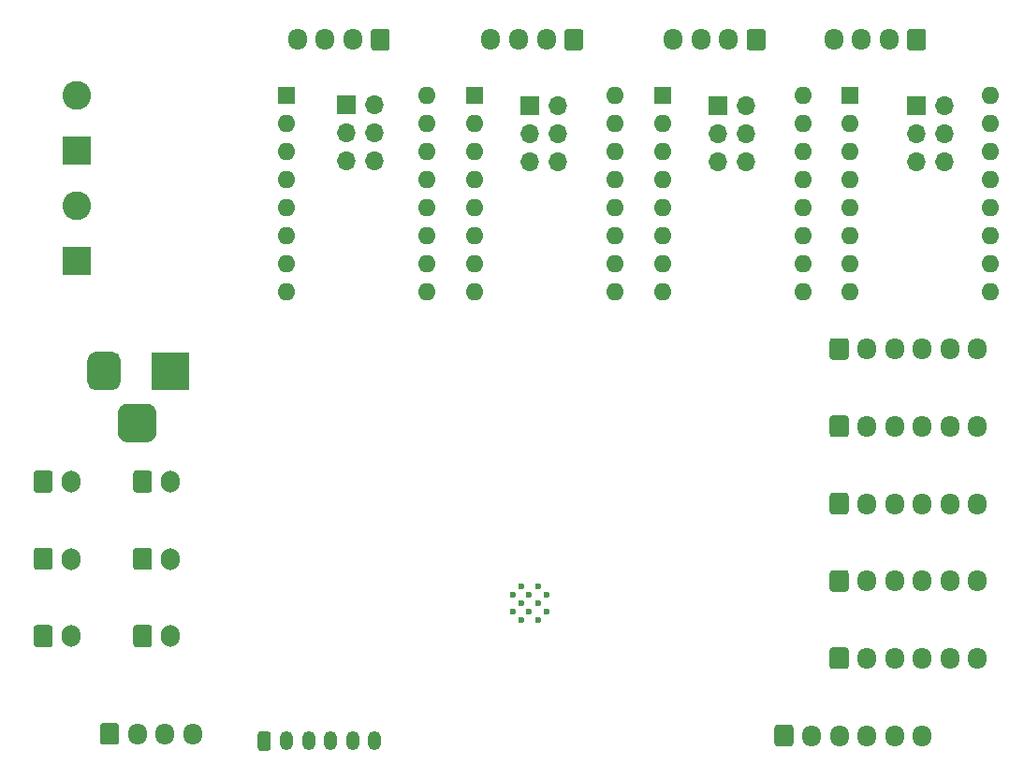
<source format=gbs>
G04 #@! TF.GenerationSoftware,KiCad,Pcbnew,(5.1.9)-1*
G04 #@! TF.CreationDate,2021-04-30T00:53:10-05:00*
G04 #@! TF.ProjectId,A4,41342e6b-6963-4616-945f-706362585858,rev?*
G04 #@! TF.SameCoordinates,Original*
G04 #@! TF.FileFunction,Soldermask,Bot*
G04 #@! TF.FilePolarity,Negative*
%FSLAX46Y46*%
G04 Gerber Fmt 4.6, Leading zero omitted, Abs format (unit mm)*
G04 Created by KiCad (PCBNEW (5.1.9)-1) date 2021-04-30 00:53:10*
%MOMM*%
%LPD*%
G01*
G04 APERTURE LIST*
%ADD10O,1.700000X1.950000*%
%ADD11R,3.500000X3.500000*%
%ADD12C,0.600000*%
%ADD13O,1.700000X2.000000*%
%ADD14O,1.700000X1.700000*%
%ADD15R,1.700000X1.700000*%
%ADD16O,1.200000X1.750000*%
%ADD17C,2.600000*%
%ADD18R,2.600000X2.600000*%
%ADD19O,1.600000X1.600000*%
%ADD20R,1.600000X1.600000*%
G04 APERTURE END LIST*
D10*
X181500000Y-116840000D03*
X179000000Y-116840000D03*
X176500000Y-116840000D03*
G36*
G01*
X173150000Y-117565000D02*
X173150000Y-116115000D01*
G75*
G02*
X173400000Y-115865000I250000J0D01*
G01*
X174600000Y-115865000D01*
G75*
G02*
X174850000Y-116115000I0J-250000D01*
G01*
X174850000Y-117565000D01*
G75*
G02*
X174600000Y-117815000I-250000J0D01*
G01*
X173400000Y-117815000D01*
G75*
G02*
X173150000Y-117565000I0J250000D01*
G01*
G37*
G36*
G01*
X174750000Y-89575000D02*
X174750000Y-87825000D01*
G75*
G02*
X175625000Y-86950000I875000J0D01*
G01*
X177375000Y-86950000D01*
G75*
G02*
X178250000Y-87825000I0J-875000D01*
G01*
X178250000Y-89575000D01*
G75*
G02*
X177375000Y-90450000I-875000J0D01*
G01*
X175625000Y-90450000D01*
G75*
G02*
X174750000Y-89575000I0J875000D01*
G01*
G37*
G36*
G01*
X172000000Y-85000000D02*
X172000000Y-83000000D01*
G75*
G02*
X172750000Y-82250000I750000J0D01*
G01*
X174250000Y-82250000D01*
G75*
G02*
X175000000Y-83000000I0J-750000D01*
G01*
X175000000Y-85000000D01*
G75*
G02*
X174250000Y-85750000I-750000J0D01*
G01*
X172750000Y-85750000D01*
G75*
G02*
X172000000Y-85000000I0J750000D01*
G01*
G37*
D11*
X179500000Y-84000000D03*
D12*
X211260000Y-103500000D03*
X210510000Y-104250000D03*
X210510000Y-105750000D03*
X213510000Y-105750000D03*
X213510000Y-104250000D03*
X212760000Y-103500000D03*
X211960000Y-104250000D03*
X212760000Y-105000000D03*
X211960000Y-105750000D03*
X211260000Y-105000000D03*
X211260000Y-106500000D03*
X212760000Y-106500000D03*
D13*
X179500000Y-101000000D03*
G36*
G01*
X176150000Y-101750000D02*
X176150000Y-100250000D01*
G75*
G02*
X176400000Y-100000000I250000J0D01*
G01*
X177600000Y-100000000D01*
G75*
G02*
X177850000Y-100250000I0J-250000D01*
G01*
X177850000Y-101750000D01*
G75*
G02*
X177600000Y-102000000I-250000J0D01*
G01*
X176400000Y-102000000D01*
G75*
G02*
X176150000Y-101750000I0J250000D01*
G01*
G37*
X179500000Y-94000000D03*
G36*
G01*
X176150000Y-94750000D02*
X176150000Y-93250000D01*
G75*
G02*
X176400000Y-93000000I250000J0D01*
G01*
X177600000Y-93000000D01*
G75*
G02*
X177850000Y-93250000I0J-250000D01*
G01*
X177850000Y-94750000D01*
G75*
G02*
X177600000Y-95000000I-250000J0D01*
G01*
X176400000Y-95000000D01*
G75*
G02*
X176150000Y-94750000I0J250000D01*
G01*
G37*
D10*
X239500000Y-54000000D03*
X242000000Y-54000000D03*
X244500000Y-54000000D03*
G36*
G01*
X247850000Y-53275000D02*
X247850000Y-54725000D01*
G75*
G02*
X247600000Y-54975000I-250000J0D01*
G01*
X246400000Y-54975000D01*
G75*
G02*
X246150000Y-54725000I0J250000D01*
G01*
X246150000Y-53275000D01*
G75*
G02*
X246400000Y-53025000I250000J0D01*
G01*
X247600000Y-53025000D01*
G75*
G02*
X247850000Y-53275000I0J-250000D01*
G01*
G37*
X208500000Y-54000000D03*
X211000000Y-54000000D03*
X213500000Y-54000000D03*
G36*
G01*
X216850000Y-53275000D02*
X216850000Y-54725000D01*
G75*
G02*
X216600000Y-54975000I-250000J0D01*
G01*
X215400000Y-54975000D01*
G75*
G02*
X215150000Y-54725000I0J250000D01*
G01*
X215150000Y-53275000D01*
G75*
G02*
X215400000Y-53025000I250000J0D01*
G01*
X216600000Y-53025000D01*
G75*
G02*
X216850000Y-53275000I0J-250000D01*
G01*
G37*
D14*
X249540000Y-65080000D03*
X247000000Y-65080000D03*
X249540000Y-62540000D03*
X247000000Y-62540000D03*
X249540000Y-60000000D03*
D15*
X247000000Y-60000000D03*
D14*
X214540000Y-65080000D03*
X212000000Y-65080000D03*
X214540000Y-62540000D03*
X212000000Y-62540000D03*
X214540000Y-60000000D03*
D15*
X212000000Y-60000000D03*
D10*
X247500000Y-117000000D03*
X245000000Y-117000000D03*
X242500000Y-117000000D03*
X240000000Y-117000000D03*
X237500000Y-117000000D03*
G36*
G01*
X234150000Y-117725000D02*
X234150000Y-116275000D01*
G75*
G02*
X234400000Y-116025000I250000J0D01*
G01*
X235600000Y-116025000D01*
G75*
G02*
X235850000Y-116275000I0J-250000D01*
G01*
X235850000Y-117725000D01*
G75*
G02*
X235600000Y-117975000I-250000J0D01*
G01*
X234400000Y-117975000D01*
G75*
G02*
X234150000Y-117725000I0J250000D01*
G01*
G37*
X252500000Y-103000000D03*
X250000000Y-103000000D03*
X247500000Y-103000000D03*
X245000000Y-103000000D03*
X242500000Y-103000000D03*
G36*
G01*
X239150000Y-103725000D02*
X239150000Y-102275000D01*
G75*
G02*
X239400000Y-102025000I250000J0D01*
G01*
X240600000Y-102025000D01*
G75*
G02*
X240850000Y-102275000I0J-250000D01*
G01*
X240850000Y-103725000D01*
G75*
G02*
X240600000Y-103975000I-250000J0D01*
G01*
X239400000Y-103975000D01*
G75*
G02*
X239150000Y-103725000I0J250000D01*
G01*
G37*
D13*
X170500000Y-101000000D03*
G36*
G01*
X167150000Y-101750000D02*
X167150000Y-100250000D01*
G75*
G02*
X167400000Y-100000000I250000J0D01*
G01*
X168600000Y-100000000D01*
G75*
G02*
X168850000Y-100250000I0J-250000D01*
G01*
X168850000Y-101750000D01*
G75*
G02*
X168600000Y-102000000I-250000J0D01*
G01*
X167400000Y-102000000D01*
G75*
G02*
X167150000Y-101750000I0J250000D01*
G01*
G37*
D16*
X198000000Y-117500000D03*
X196000000Y-117500000D03*
X194000000Y-117500000D03*
X192000000Y-117500000D03*
X190000000Y-117500000D03*
G36*
G01*
X187400000Y-118125001D02*
X187400000Y-116874999D01*
G75*
G02*
X187649999Y-116625000I249999J0D01*
G01*
X188350001Y-116625000D01*
G75*
G02*
X188600000Y-116874999I0J-249999D01*
G01*
X188600000Y-118125001D01*
G75*
G02*
X188350001Y-118375000I-249999J0D01*
G01*
X187649999Y-118375000D01*
G75*
G02*
X187400000Y-118125001I0J249999D01*
G01*
G37*
D13*
X170500000Y-94000000D03*
G36*
G01*
X167150000Y-94750000D02*
X167150000Y-93250000D01*
G75*
G02*
X167400000Y-93000000I250000J0D01*
G01*
X168600000Y-93000000D01*
G75*
G02*
X168850000Y-93250000I0J-250000D01*
G01*
X168850000Y-94750000D01*
G75*
G02*
X168600000Y-95000000I-250000J0D01*
G01*
X167400000Y-95000000D01*
G75*
G02*
X167150000Y-94750000I0J250000D01*
G01*
G37*
D10*
X252500000Y-82000000D03*
X250000000Y-82000000D03*
X247500000Y-82000000D03*
X245000000Y-82000000D03*
X242500000Y-82000000D03*
G36*
G01*
X239150000Y-82725000D02*
X239150000Y-81275000D01*
G75*
G02*
X239400000Y-81025000I250000J0D01*
G01*
X240600000Y-81025000D01*
G75*
G02*
X240850000Y-81275000I0J-250000D01*
G01*
X240850000Y-82725000D01*
G75*
G02*
X240600000Y-82975000I-250000J0D01*
G01*
X239400000Y-82975000D01*
G75*
G02*
X239150000Y-82725000I0J250000D01*
G01*
G37*
X191000000Y-54000000D03*
X193500000Y-54000000D03*
X196000000Y-54000000D03*
G36*
G01*
X199350000Y-53275000D02*
X199350000Y-54725000D01*
G75*
G02*
X199100000Y-54975000I-250000J0D01*
G01*
X197900000Y-54975000D01*
G75*
G02*
X197650000Y-54725000I0J250000D01*
G01*
X197650000Y-53275000D01*
G75*
G02*
X197900000Y-53025000I250000J0D01*
G01*
X199100000Y-53025000D01*
G75*
G02*
X199350000Y-53275000I0J-250000D01*
G01*
G37*
X225000000Y-54000000D03*
X227500000Y-54000000D03*
X230000000Y-54000000D03*
G36*
G01*
X233350000Y-53275000D02*
X233350000Y-54725000D01*
G75*
G02*
X233100000Y-54975000I-250000J0D01*
G01*
X231900000Y-54975000D01*
G75*
G02*
X231650000Y-54725000I0J250000D01*
G01*
X231650000Y-53275000D01*
G75*
G02*
X231900000Y-53025000I250000J0D01*
G01*
X233100000Y-53025000D01*
G75*
G02*
X233350000Y-53275000I0J-250000D01*
G01*
G37*
D14*
X198000000Y-65000000D03*
X195460000Y-65000000D03*
X198000000Y-62460000D03*
X195460000Y-62460000D03*
X198000000Y-59920000D03*
D15*
X195460000Y-59920000D03*
D14*
X231540000Y-65080000D03*
X229000000Y-65080000D03*
X231540000Y-62540000D03*
X229000000Y-62540000D03*
X231540000Y-60000000D03*
D15*
X229000000Y-60000000D03*
D17*
X171000000Y-69000000D03*
D18*
X171000000Y-74000000D03*
D17*
X171000000Y-59000000D03*
D18*
X171000000Y-64000000D03*
D10*
X252500000Y-96000000D03*
X250000000Y-96000000D03*
X247500000Y-96000000D03*
X245000000Y-96000000D03*
X242500000Y-96000000D03*
G36*
G01*
X239150000Y-96725000D02*
X239150000Y-95275000D01*
G75*
G02*
X239400000Y-95025000I250000J0D01*
G01*
X240600000Y-95025000D01*
G75*
G02*
X240850000Y-95275000I0J-250000D01*
G01*
X240850000Y-96725000D01*
G75*
G02*
X240600000Y-96975000I-250000J0D01*
G01*
X239400000Y-96975000D01*
G75*
G02*
X239150000Y-96725000I0J250000D01*
G01*
G37*
X252500000Y-110000000D03*
X250000000Y-110000000D03*
X247500000Y-110000000D03*
X245000000Y-110000000D03*
X242500000Y-110000000D03*
G36*
G01*
X239150000Y-110725000D02*
X239150000Y-109275000D01*
G75*
G02*
X239400000Y-109025000I250000J0D01*
G01*
X240600000Y-109025000D01*
G75*
G02*
X240850000Y-109275000I0J-250000D01*
G01*
X240850000Y-110725000D01*
G75*
G02*
X240600000Y-110975000I-250000J0D01*
G01*
X239400000Y-110975000D01*
G75*
G02*
X239150000Y-110725000I0J250000D01*
G01*
G37*
D13*
X179500000Y-108000000D03*
G36*
G01*
X176150000Y-108750000D02*
X176150000Y-107250000D01*
G75*
G02*
X176400000Y-107000000I250000J0D01*
G01*
X177600000Y-107000000D01*
G75*
G02*
X177850000Y-107250000I0J-250000D01*
G01*
X177850000Y-108750000D01*
G75*
G02*
X177600000Y-109000000I-250000J0D01*
G01*
X176400000Y-109000000D01*
G75*
G02*
X176150000Y-108750000I0J250000D01*
G01*
G37*
D10*
X252500000Y-89000000D03*
X250000000Y-89000000D03*
X247500000Y-89000000D03*
X245000000Y-89000000D03*
X242500000Y-89000000D03*
G36*
G01*
X239150000Y-89725000D02*
X239150000Y-88275000D01*
G75*
G02*
X239400000Y-88025000I250000J0D01*
G01*
X240600000Y-88025000D01*
G75*
G02*
X240850000Y-88275000I0J-250000D01*
G01*
X240850000Y-89725000D01*
G75*
G02*
X240600000Y-89975000I-250000J0D01*
G01*
X239400000Y-89975000D01*
G75*
G02*
X239150000Y-89725000I0J250000D01*
G01*
G37*
D13*
X170500000Y-108000000D03*
G36*
G01*
X167150000Y-108750000D02*
X167150000Y-107250000D01*
G75*
G02*
X167400000Y-107000000I250000J0D01*
G01*
X168600000Y-107000000D01*
G75*
G02*
X168850000Y-107250000I0J-250000D01*
G01*
X168850000Y-108750000D01*
G75*
G02*
X168600000Y-109000000I-250000J0D01*
G01*
X167400000Y-109000000D01*
G75*
G02*
X167150000Y-108750000I0J250000D01*
G01*
G37*
D19*
X253700000Y-59000000D03*
X241000000Y-76780000D03*
X253700000Y-61540000D03*
X241000000Y-74240000D03*
X253700000Y-64080000D03*
X241000000Y-71700000D03*
X253700000Y-66620000D03*
X241000000Y-69160000D03*
X253700000Y-69160000D03*
X241000000Y-66620000D03*
X253700000Y-71700000D03*
X241000000Y-64080000D03*
X253700000Y-74240000D03*
X241000000Y-61540000D03*
X253700000Y-76780000D03*
D20*
X241000000Y-59000000D03*
D19*
X219700000Y-59000000D03*
X207000000Y-76780000D03*
X219700000Y-61540000D03*
X207000000Y-74240000D03*
X219700000Y-64080000D03*
X207000000Y-71700000D03*
X219700000Y-66620000D03*
X207000000Y-69160000D03*
X219700000Y-69160000D03*
X207000000Y-66620000D03*
X219700000Y-71700000D03*
X207000000Y-64080000D03*
X219700000Y-74240000D03*
X207000000Y-61540000D03*
X219700000Y-76780000D03*
D20*
X207000000Y-59000000D03*
D19*
X202700000Y-59000000D03*
X190000000Y-76780000D03*
X202700000Y-61540000D03*
X190000000Y-74240000D03*
X202700000Y-64080000D03*
X190000000Y-71700000D03*
X202700000Y-66620000D03*
X190000000Y-69160000D03*
X202700000Y-69160000D03*
X190000000Y-66620000D03*
X202700000Y-71700000D03*
X190000000Y-64080000D03*
X202700000Y-74240000D03*
X190000000Y-61540000D03*
X202700000Y-76780000D03*
D20*
X190000000Y-59000000D03*
D19*
X236700000Y-59000000D03*
X224000000Y-76780000D03*
X236700000Y-61540000D03*
X224000000Y-74240000D03*
X236700000Y-64080000D03*
X224000000Y-71700000D03*
X236700000Y-66620000D03*
X224000000Y-69160000D03*
X236700000Y-69160000D03*
X224000000Y-66620000D03*
X236700000Y-71700000D03*
X224000000Y-64080000D03*
X236700000Y-74240000D03*
X224000000Y-61540000D03*
X236700000Y-76780000D03*
D20*
X224000000Y-59000000D03*
M02*

</source>
